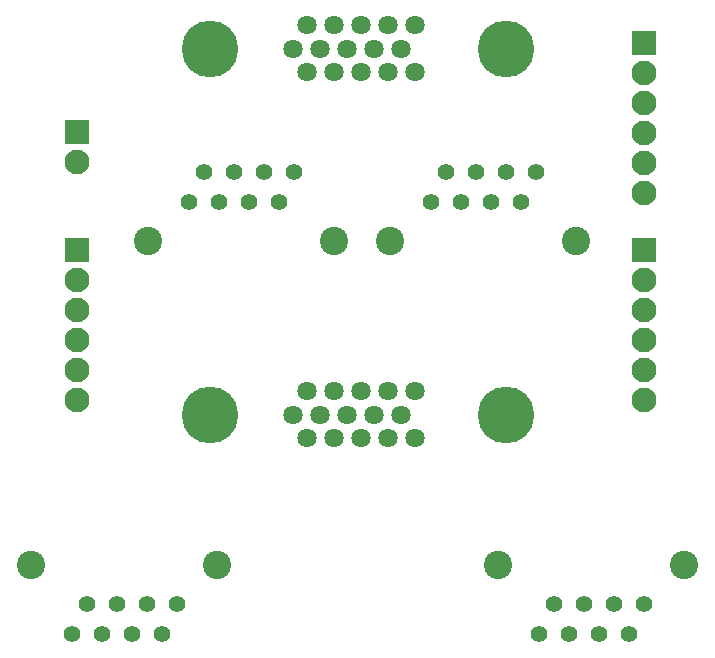
<source format=gbr>
G04 CAM350 V10.5 (Build 464) Date:  Mon Feb 15 08:33:08 2021 *
G04 Database: (Untitled) *
G04 Layer 2: ad57_adapter-B_Mask.gbr *
%FSLAX23Y23*%
%MOIN*%
%SFA1.000B1.000*%

%MIA0B0*%
%IPPOS*%
%ADD10R,0.08268X0.08268*%
%ADD11C,0.08268*%
%ADD12C,0.18902*%
%ADD13C,0.06449*%
%ADD14C,0.09449*%
%ADD15C,0.05512*%
%LNad57_adapter-B_Mask.gbr*%
%LPD*%
G54D10*
X5138Y-3071D03*
G54D11*
Y-3171D03*
G54D10*
X7028Y-2776D03*
G54D11*
Y-2876D03*
Y-2976D03*
Y-3076D03*
Y-3176D03*
Y-3276D03*
Y-3965D03*
Y-3865D03*
Y-3765D03*
Y-3665D03*
Y-3565D03*
G54D10*
Y-3465D03*
G54D12*
X6568Y-4015D03*
X5584D03*
G54D13*
X6266Y-4093D03*
X6176D03*
X6086D03*
X5996D03*
X5906D03*
X6221Y-4015D03*
X6131D03*
X6041D03*
X5951D03*
X5861D03*
X6266Y-3937D03*
X6176D03*
X6086D03*
X5996D03*
X5906D03*
Y-2717D03*
X5996D03*
X6086D03*
X6176D03*
X6266D03*
X5861Y-2795D03*
X5951D03*
X6041D03*
X6131D03*
X6221D03*
X5906Y-2873D03*
X5996D03*
X6086D03*
X6176D03*
X6266D03*
G54D12*
X5584Y-2795D03*
X6568D03*
G54D14*
X4987Y-4516D03*
X5607D03*
G54D15*
X5122Y-4746D03*
X5172Y-4646D03*
X5222Y-4746D03*
X5272Y-4646D03*
X5322Y-4746D03*
X5372Y-4646D03*
X5422Y-4746D03*
X5472Y-4646D03*
G54D10*
X5138Y-3465D03*
G54D11*
Y-3565D03*
Y-3665D03*
Y-3765D03*
Y-3865D03*
Y-3965D03*
G54D14*
X5997Y-3437D03*
X5377D03*
G54D15*
X5862Y-3207D03*
X5812Y-3307D03*
X5762Y-3207D03*
X5712Y-3307D03*
X5662Y-3207D03*
X5612Y-3307D03*
X5562Y-3207D03*
X5512Y-3307D03*
X7028Y-4646D03*
X6978Y-4746D03*
X6928Y-4646D03*
X6878Y-4746D03*
X6828Y-4646D03*
X6778Y-4746D03*
X6728Y-4646D03*
X6678Y-4746D03*
G54D14*
X7163Y-4516D03*
X6543D03*
G54D15*
X6319Y-3307D03*
X6369Y-3207D03*
X6419Y-3307D03*
X6469Y-3207D03*
X6519Y-3307D03*
X6569Y-3207D03*
X6619Y-3307D03*
X6669Y-3207D03*
G54D14*
X6184Y-3437D03*
X6804D03*
M02*

</source>
